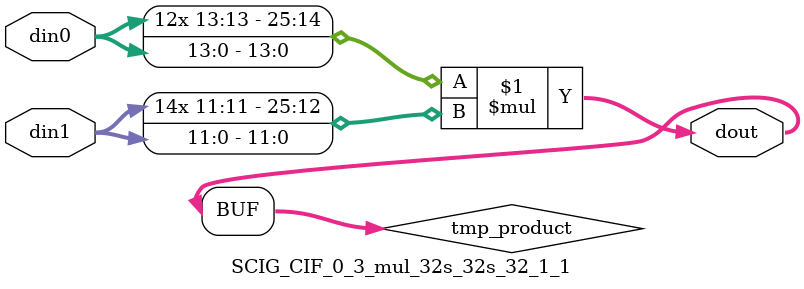
<source format=v>

`timescale 1 ns / 1 ps

  (* use_dsp = "no" *)  module SCIG_CIF_0_3_mul_32s_32s_32_1_1(din0, din1, dout);
parameter ID = 1;
parameter NUM_STAGE = 0;
parameter din0_WIDTH = 14;
parameter din1_WIDTH = 12;
parameter dout_WIDTH = 26;

input [din0_WIDTH - 1 : 0] din0; 
input [din1_WIDTH - 1 : 0] din1; 
output [dout_WIDTH - 1 : 0] dout;

wire signed [dout_WIDTH - 1 : 0] tmp_product;













assign tmp_product = $signed(din0) * $signed(din1);








assign dout = tmp_product;







endmodule

</source>
